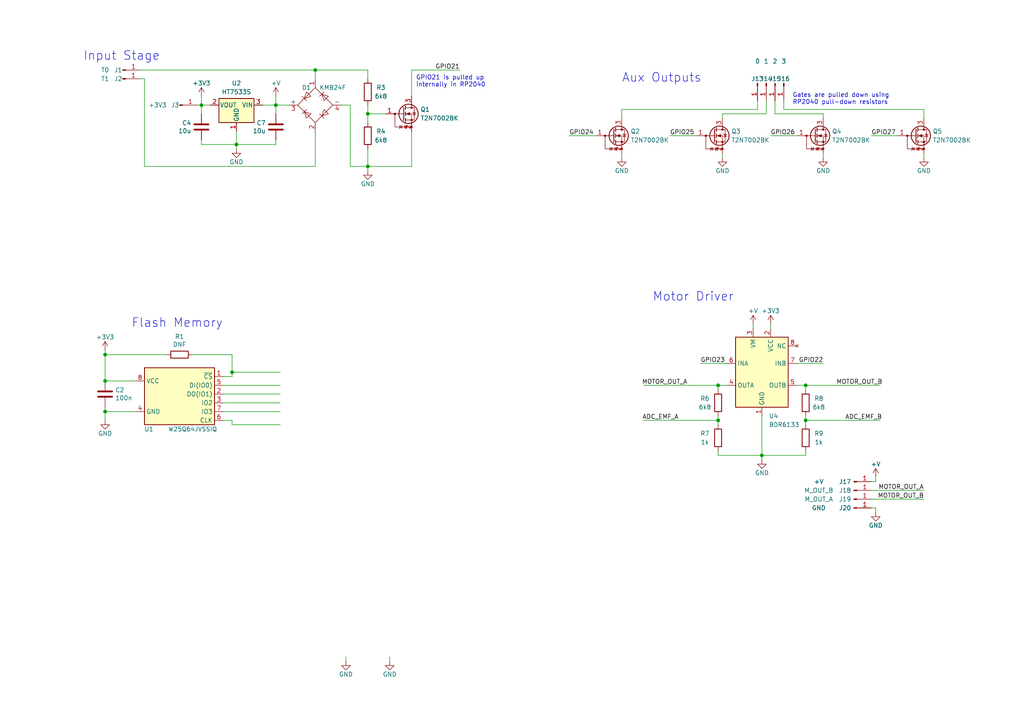
<source format=kicad_sch>
(kicad_sch (version 20230121) (generator eeschema)
  (paper "A4")
  (lib_symbols
    (symbol "Conn_01x01_Male_1" (pin_names (offset 1.016) hide)
      (property "Reference" "J1" (at -1.27 0 0))
      (property "Value" "DCC_0" (at -6.35 0 0))
      (symbol "Conn_01x01_Male_1_1_1"
        (polyline (pts (xy 1.27 0) (xy 0.8636 0)) (stroke (width 0.1524)))
        (rectangle (start 0.8636 0.127) (end 0 -0.127) (stroke (width 0.1524)) (fill (type outline)))
        (pin power_out line (at 5.08 0 180) (length 3.81) (name "Pin_1") (number "1"))
      )
    )
    (symbol "Conn_01x01_Male_2" (pin_names (offset 1.016) hide)
      (property "Reference" "J2" (at -1.27 0 0))
      (property "Value" "Conn_01x01_Male_2" (at -6.35 0 0))
      (symbol "Conn_01x01_Male_2_1_1"
        (polyline (pts (xy 1.27 0) (xy 0.8636 0)) (stroke (width 0.1524)))
        (rectangle (start 0.8636 0.127) (end 0 -0.127) (stroke (width 0.1524)) (fill (type outline)))
        (pin power_out line (at 5.08 0 180) (length 3.81) (name "Pin_1") (number "1"))
      )
    )
    (symbol "Connector:Conn_01x01_Male" (pin_names (offset 1.016) hide)
      (property "Reference" "J" (at 0 2.54 0))
      (property "Value" "Conn_01x01_Male" (at 0 -2.54 0))
      (symbol "Conn_01x01_Male_1_1"
        (polyline (pts (xy 1.27 0) (xy 0.8636 0)) (stroke (width 0.1524)))
        (rectangle (start 0.8636 0.127) (end 0 -0.127) (stroke (width 0.1524)) (fill (type outline)))
        (pin passive line (at 5.08 0 180) (length 3.81) (name "Pin_1") (number "1"))
      )
    )
    (symbol "Device:C" (pin_numbers hide) (pin_names (offset 0.254))
      (property "Reference" "C" (at 0.635 2.54 0))
      (property "Value" "C" (at 0.635 -2.54 0))
      (symbol "C_0_1"
        (polyline (pts (xy -2.032 -0.762) (xy 2.032 -0.762)) (stroke (width 0.508)))
        (polyline (pts (xy -2.032 0.762) (xy 2.032 0.762)) (stroke (width 0.508)))
      )
      (symbol "C_1_1"
        (pin passive line (at 0 3.81 270) (length 2.794) (name "~") (number "1"))
        (pin passive line (at 0 -3.81 90) (length 2.794) (name "~") (number "2"))
      )
    )
    (symbol "Device:R" (pin_numbers hide) (pin_names (offset 0))
      (property "Reference" "R" (at 2.032 0 90))
      (property "Value" "R" (at 0 0 90))
      (symbol "R_0_1"
        (rectangle (start -1.016 -2.54) (end 1.016 2.54) (stroke (width 0.254)))
      )
      (symbol "R_1_1"
        (pin passive line (at 0 3.81 270) (length 1.27) (name "~") (number "1"))
        (pin passive line (at 0 -3.81 90) (length 1.27) (name "~") (number "2"))
      )
    )
    (symbol "RP2040-Decoder_Additional_Symbols:+V" (power) (pin_names (offset 0))
      (property "Value" "+V" (at 0 3.556 0))
      (symbol "+V_0_1"
        (polyline (pts (xy -0.762 1.27) (xy 0 2.54)))
        (polyline (pts (xy 0 0) (xy 0 2.54)))
        (polyline (pts (xy 0 2.54) (xy 0.762 1.27)))
      )
      (symbol "+V_1_1"
        (pin power_in line (at 0 0 90) (length 0) hide (name "+V") (number "1"))
      )
    )
    (symbol "RP2040-Decoder_Additional_Symbols:BDR6133"
      (property "Reference" "U" (at 6.35 11.43 0))
      (property "Value" "BDR6133" (at -10.16 11.43 0))
      (symbol "BDR6133_0_1"
        (rectangle (start -7.62 10.16) (end 7.62 -10.16) (stroke (width 0.254)) (fill (type background)))
      )
      (symbol "BDR6133_1_1"
        (pin power_in line (at 0 -12.7 90) (length 2.54) (name "GND") (number "1"))
        (pin power_in line (at 2.54 12.7 270) (length 2.54) (name "VCC") (number "2"))
        (pin power_in line (at -2.54 12.7 270) (length 2.54) (name "VM") (number "3"))
        (pin output line (at -10.16 -3.81 0) (length 2.54) (name "OUTA") (number "4"))
        (pin output line (at 10.16 -3.81 180) (length 2.54) (name "OUTB") (number "5"))
        (pin input line (at -10.16 2.54 0) (length 2.54) (name "INA") (number "6"))
        (pin input line (at 10.16 2.54 180) (length 2.54) (name "INB") (number "7"))
        (pin no_connect line (at 10.16 7.62 180) (length 2.54) (name "NC") (number "8"))
        (pin passive line (at 0 -12.7 90) (length 2.54) hide (name "GND") (number "9"))
      )
    )
    (symbol "RP2040-Decoder_Additional_Symbols:HT7533S" (pin_names (offset 0.254))
      (property "Reference" "U" (at -3.81 3.175 0))
      (property "Value" "HT7533S" (at 0 3.175 0))
      (symbol "HT7533S_0_1"
        (rectangle (start -5.08 1.905) (end 5.08 -5.08) (stroke (width 0.254)) (fill (type background)))
      )
      (symbol "HT7533S_1_1"
        (pin power_in line (at 0 -7.62 90) (length 2.54) (name "GND") (number "1"))
        (pin power_out line (at 7.62 0 180) (length 2.54) (name "VOUT") (number "2"))
        (pin power_in line (at -7.62 0 0) (length 2.54) (name "VIN") (number "3"))
      )
    )
    (symbol "RP2040-Decoder_Additional_Symbols:KMB24F" (pin_names (offset 0))
      (property "Reference" "D" (at 2.54 6.985 0))
      (property "Value" "KMB24F" (at 2.54 5.08 0))
      (symbol "KMB24F_0_1"
        (polyline (pts (xy -2.54 3.81) (xy -1.27 2.54)))
        (polyline (pts (xy -1.27 -2.54) (xy -2.54 -3.81)))
        (polyline (pts (xy 2.54 -1.27) (xy 3.81 -2.54)))
        (polyline (pts (xy 2.54 1.27) (xy 3.81 2.54)))
        (polyline (pts (xy -3.81 2.54) (xy -2.54 1.27) (xy -1.905 3.175) (xy -3.81 2.54)))
        (polyline (pts (xy -2.54 -1.27) (xy -3.81 -2.54) (xy -1.905 -3.175) (xy -2.54 -1.27)))
        (polyline (pts (xy 1.27 2.54) (xy 2.54 3.81) (xy 3.175 1.905) (xy 1.27 2.54)))
        (polyline (pts (xy 3.175 -1.905) (xy 1.27 -2.54) (xy 2.54 -3.81) (xy 3.175 -1.905)))
        (polyline (pts (xy -5.08 0) (xy 0 -5.08) (xy 5.08 0) (xy 0 5.08) (xy -5.08 0)))
      )
      (symbol "KMB24F_1_1"
        (pin power_in line (at 0 -7.62 90) (length 2.54) (name "~") (number "1"))
        (pin power_in line (at 0 7.62 270) (length 2.54) (name "~") (number "2"))
        (pin power_out line (at 7.62 0 180) (length 2.54) (name "+") (number "3"))
        (pin power_out line (at -7.62 0 0) (length 2.54) (name "-") (number "4"))
      )
    )
    (symbol "RP2040-Decoder_Additional_Symbols:T2N7002BK" (pin_names (offset 0) hide)
      (property "Reference" "Q" (at 5.08 1.905 0))
      (property "Value" "T2N7002BK" (at 5.08 0 0))
      (symbol "T2N7002BK_0_1"
        (polyline (pts (xy 2.54 -3.81) (xy -2.286 -3.81) (xy -2.286 0)))
      )
      (symbol "T2N7002BK_1_1"
        (circle (center -2.286 0) (radius 0.254) (fill (type outline)))
        (polyline (pts (xy 0.254 0) (xy -2.54 0)))
        (polyline (pts (xy 0.254 1.905) (xy 0.254 -1.905)) (stroke (width 0.254)))
        (polyline (pts (xy 0.762 -1.27) (xy 0.762 -2.286)) (stroke (width 0.254)))
        (polyline (pts (xy 0.762 0.508) (xy 0.762 -0.508)) (stroke (width 0.254)))
        (polyline (pts (xy 0.762 2.286) (xy 0.762 1.27)) (stroke (width 0.254)))
        (polyline (pts (xy 2.54 2.54) (xy 2.54 1.778)))
        (polyline (pts (xy 2.54 -2.54) (xy 2.54 0) (xy 0.762 0)))
        (polyline (pts (xy -1.016 -4.318) (xy -0.889 -4.191) (xy -0.889 -3.429) (xy -0.762 -3.302)))
        (polyline (pts (xy -0.889 -3.81) (xy -0.254 -4.191) (xy -0.254 -3.429) (xy -0.889 -3.81)))
        (polyline (pts (xy 0.762 -1.778) (xy 3.302 -1.778) (xy 3.302 1.778) (xy 0.762 1.778)))
        (polyline (pts (xy 1.016 0) (xy 2.032 0.381) (xy 2.032 -0.381) (xy 1.016 0)) (fill (type outline)))
        (polyline (pts (xy 1.143 -3.81) (xy 0.508 -3.429) (xy 0.508 -4.191) (xy 1.143 -3.81)))
        (polyline (pts (xy 1.27 -3.302) (xy 1.143 -3.429) (xy 1.143 -4.191) (xy 1.016 -4.318)))
        (polyline (pts (xy 2.794 0.508) (xy 2.921 0.381) (xy 3.683 0.381) (xy 3.81 0.254)))
        (polyline (pts (xy 3.302 0.381) (xy 2.921 -0.254) (xy 3.683 -0.254) (xy 3.302 0.381)))
        (circle (center 1.651 0) (radius 2.794) (stroke (width 0.254)))
        (circle (center 2.54 -3.81) (radius 0.254) (fill (type outline)))
        (circle (center 2.54 -1.778) (radius 0.254) (fill (type outline)))
        (circle (center 2.54 1.778) (radius 0.254) (fill (type outline)))
        (pin input line (at -5.08 0 0) (length 2.54) (name "G") (number "1"))
        (pin passive line (at 2.54 -5.08 90) (length 2.54) (name "S") (number "2"))
        (pin passive line (at 2.54 5.08 270) (length 2.54) (name "D") (number "3"))
      )
    )
    (symbol "RP2040-Decoder_Additional_Symbols:W25Q64JVSSIQ"
      (property "Reference" "U" (at -8.89 -10.16 0))
      (property "Value" "W25Q64JVSSIQ" (at 3.81 -10.16 0))
      (symbol "W25Q64JVSSIQ_0_1"
        (rectangle (start -10.16 7.62) (end 10.16 -8.89) (stroke (width 0.254)) (fill (type background)))
      )
      (symbol "W25Q64JVSSIQ_1_1"
        (pin input line (at 12.7 5.08 180) (length 2.54) (name "~{CS}") (number "1"))
        (pin bidirectional line (at 12.7 0 180) (length 2.54) (name "DO(IO1)") (number "2"))
        (pin bidirectional line (at 12.7 -2.54 180) (length 2.54) (name "IO2") (number "3"))
        (pin power_in line (at -12.7 -5.08 0) (length 2.54) (name "GND") (number "4"))
        (pin bidirectional line (at 12.7 2.54 180) (length 2.54) (name "DI(IO0)") (number "5"))
        (pin input line (at 12.7 -7.62 180) (length 2.54) (name "CLK") (number "6"))
        (pin bidirectional line (at 12.7 -5.08 180) (length 2.54) (name "IO3") (number "7"))
        (pin power_in line (at -12.7 3.81 0) (length 2.54) (name "VCC") (number "8"))
      )
    )
    (symbol "power:+3V3" (power) (pin_names (offset 0))
      (property "Value" "+3V3" (at 0 3.556 0))
      (symbol "+3V3_0_1"
        (polyline (pts (xy -0.762 1.27) (xy 0 2.54)))
        (polyline (pts (xy 0 0) (xy 0 2.54)))
        (polyline (pts (xy 0 2.54) (xy 0.762 1.27)))
      )
      (symbol "+3V3_1_1"
        (pin power_in line (at 0 0 90) (length 0) hide (name "+3V3") (number "1"))
      )
    )
    (symbol "power:GND" (power) (pin_names (offset 0))
      (property "Value" "GND" (at 0 -3.81 0))
      (symbol "GND_0_1"
        (polyline (pts (xy 0 0) (xy 0 -1.27) (xy 1.27 -1.27) (xy 0 -2.54) (xy -1.27 -1.27) (xy 0 -1.27)))
      )
      (symbol "GND_1_1"
        (pin power_in line (at 0 0 270) (length 0) hide (name "GND") (number "1"))
      )
    )
  )
  (junction (at 91.44 20.32))
  (junction (at 106.68 33.02))
  (junction (at 208.28 111.76))
  (junction (at 68.58 41.91))
  (junction (at 233.68 121.92))
  (junction (at 58.42 30.48))
  (junction (at 233.68 111.76))
  (junction (at 30.48 102.87))
  (junction (at 80.01 30.48))
  (junction (at 220.98 132.08))
  (junction (at 106.68 48.26))
  (junction (at 30.48 110.49))
  (junction (at 30.48 119.38))
  (junction (at 208.28 121.92))
  (junction (at 67.31 107.95))
  (wire (pts (xy 220.98 132.08) (xy 220.98 133.35)))
  (wire (pts (xy 106.68 48.26) (xy 119.38 48.26)))
  (wire (pts (xy 64.77 111.76) (xy 81.28 111.76)))
  (wire (pts (xy 222.25 29.21) (xy 222.25 33.02)))
  (wire (pts (xy 233.68 121.92) (xy 255.27 121.92)))
  (wire (pts (xy 80.01 40.64) (xy 80.01 41.91)))
  (wire (pts (xy 64.77 109.22) (xy 67.31 109.22)))
  (wire (pts (xy 208.28 123.19) (xy 208.28 121.92)))
  (wire (pts (xy 218.44 93.98) (xy 218.44 95.25)))
  (wire (pts (xy 106.68 20.32) (xy 106.68 22.86)))
  (wire (pts (xy 233.68 111.76) (xy 231.14 111.76)))
  (wire (pts (xy 180.34 31.75) (xy 180.34 34.29)))
  (wire (pts (xy 224.79 29.21) (xy 224.79 33.02)))
  (wire (pts (xy 101.6 48.26) (xy 106.68 48.26)))
  (wire (pts (xy 30.48 102.87) (xy 48.26 102.87)))
  (wire (pts (xy 223.52 93.98) (xy 223.52 95.25)))
  (wire (pts (xy 252.73 39.37) (xy 260.35 39.37)))
  (wire (pts (xy 227.33 31.75) (xy 267.97 31.75)))
  (wire (pts (xy 67.31 109.22) (xy 67.31 107.95)))
  (wire (pts (xy 219.71 29.21) (xy 219.71 31.75)))
  (wire (pts (xy 30.48 121.92) (xy 30.48 119.38)))
  (wire (pts (xy 30.48 102.87) (xy 30.48 110.49)))
  (wire (pts (xy 208.28 113.03) (xy 208.28 111.76)))
  (wire (pts (xy 208.28 121.92) (xy 208.28 120.65)))
  (wire (pts (xy 40.64 22.86) (xy 41.91 22.86)))
  (wire (pts (xy 68.58 41.91) (xy 80.01 41.91)))
  (wire (pts (xy 91.44 20.32) (xy 106.68 20.32)))
  (wire (pts (xy 58.42 30.48) (xy 58.42 27.94)))
  (wire (pts (xy 80.01 30.48) (xy 76.2 30.48)))
  (wire (pts (xy 220.98 132.08) (xy 233.68 132.08)))
  (wire (pts (xy 238.76 33.02) (xy 238.76 34.29)))
  (wire (pts (xy 233.68 113.03) (xy 233.68 111.76)))
  (wire (pts (xy 30.48 101.6) (xy 30.48 102.87)))
  (wire (pts (xy 106.68 30.48) (xy 106.68 33.02)))
  (wire (pts (xy 267.97 142.24) (xy 252.73 142.24)))
  (wire (pts (xy 186.69 111.76) (xy 208.28 111.76)))
  (wire (pts (xy 220.98 120.65) (xy 220.98 132.08)))
  (wire (pts (xy 64.77 119.38) (xy 81.28 119.38)))
  (wire (pts (xy 41.91 48.26) (xy 91.44 48.26)))
  (wire (pts (xy 209.55 44.45) (xy 209.55 45.72)))
  (wire (pts (xy 252.73 147.32) (xy 254 147.32)))
  (wire (pts (xy 106.68 49.53) (xy 106.68 48.26)))
  (wire (pts (xy 30.48 119.38) (xy 30.48 118.11)))
  (wire (pts (xy 67.31 121.92) (xy 67.31 123.19)))
  (wire (pts (xy 233.68 121.92) (xy 233.68 120.65)))
  (wire (pts (xy 208.28 111.76) (xy 210.82 111.76)))
  (wire (pts (xy 30.48 119.38) (xy 39.37 119.38)))
  (wire (pts (xy 58.42 40.64) (xy 58.42 41.91)))
  (wire (pts (xy 231.14 105.41) (xy 238.76 105.41)))
  (wire (pts (xy 83.82 30.48) (xy 80.01 30.48)))
  (wire (pts (xy 113.03 190.5) (xy 113.03 191.77)))
  (wire (pts (xy 67.31 102.87) (xy 67.31 107.95)))
  (wire (pts (xy 80.01 30.48) (xy 80.01 33.02)))
  (wire (pts (xy 68.58 41.91) (xy 68.58 43.18)))
  (wire (pts (xy 57.15 30.48) (xy 58.42 30.48)))
  (wire (pts (xy 106.68 43.18) (xy 106.68 48.26)))
  (wire (pts (xy 91.44 22.86) (xy 91.44 20.32)))
  (wire (pts (xy 68.58 38.1) (xy 68.58 41.91)))
  (wire (pts (xy 254 138.43) (xy 254 139.7)))
  (wire (pts (xy 101.6 30.48) (xy 101.6 48.26)))
  (wire (pts (xy 233.68 130.81) (xy 233.68 132.08)))
  (wire (pts (xy 180.34 44.45) (xy 180.34 45.72)))
  (wire (pts (xy 60.96 30.48) (xy 58.42 30.48)))
  (wire (pts (xy 224.79 33.02) (xy 238.76 33.02)))
  (wire (pts (xy 194.31 39.37) (xy 201.93 39.37)))
  (wire (pts (xy 209.55 33.02) (xy 222.25 33.02)))
  (wire (pts (xy 100.33 190.5) (xy 100.33 191.77)))
  (wire (pts (xy 219.71 31.75) (xy 180.34 31.75)))
  (wire (pts (xy 209.55 34.29) (xy 209.55 33.02)))
  (wire (pts (xy 55.88 102.87) (xy 67.31 102.87)))
  (wire (pts (xy 267.97 31.75) (xy 267.97 34.29)))
  (wire (pts (xy 119.38 38.1) (xy 119.38 48.26)))
  (wire (pts (xy 58.42 30.48) (xy 58.42 33.02)))
  (wire (pts (xy 80.01 30.48) (xy 80.01 27.94)))
  (wire (pts (xy 203.2 105.41) (xy 210.82 105.41)))
  (wire (pts (xy 233.68 111.76) (xy 255.27 111.76)))
  (wire (pts (xy 233.68 121.92) (xy 233.68 123.19)))
  (wire (pts (xy 67.31 107.95) (xy 81.28 107.95)))
  (wire (pts (xy 254 147.32) (xy 254 148.59)))
  (wire (pts (xy 220.98 132.08) (xy 208.28 132.08)))
  (wire (pts (xy 68.58 41.91) (xy 58.42 41.91)))
  (wire (pts (xy 119.38 20.32) (xy 133.35 20.32)))
  (wire (pts (xy 64.77 121.92) (xy 67.31 121.92)))
  (wire (pts (xy 64.77 114.3) (xy 81.28 114.3)))
  (wire (pts (xy 186.69 121.92) (xy 208.28 121.92)))
  (wire (pts (xy 67.31 123.19) (xy 81.28 123.19)))
  (wire (pts (xy 165.1 39.37) (xy 172.72 39.37)))
  (wire (pts (xy 223.52 39.37) (xy 231.14 39.37)))
  (wire (pts (xy 40.64 20.32) (xy 91.44 20.32)))
  (wire (pts (xy 39.37 110.49) (xy 30.48 110.49)))
  (wire (pts (xy 106.68 33.02) (xy 111.76 33.02)))
  (wire (pts (xy 254 139.7) (xy 252.73 139.7)))
  (wire (pts (xy 267.97 44.45) (xy 267.97 45.72)))
  (wire (pts (xy 238.76 44.45) (xy 238.76 45.72)))
  (wire (pts (xy 106.68 33.02) (xy 106.68 35.56)))
  (wire (pts (xy 91.44 38.1) (xy 91.44 48.26)))
  (wire (pts (xy 227.33 29.21) (xy 227.33 31.75)))
  (wire (pts (xy 64.77 116.84) (xy 81.28 116.84)))
  (wire (pts (xy 267.97 144.78) (xy 252.73 144.78)))
  (wire (pts (xy 99.06 30.48) (xy 101.6 30.48)))
  (wire (pts (xy 208.28 130.81) (xy 208.28 132.08)))
  (wire (pts (xy 41.91 22.86) (xy 41.91 48.26)))
  (wire (pts (xy 119.38 20.32) (xy 119.38 27.94)))
  (text "GPIO21 is pulled up\ninternally in RP2040" (at 120.65 25.4 0) (effects (font (size 1.27 1.27)) (justify left bottom)))
  (text "Gates are pulled down using\nRP2040 pull-down resistors" (at 229.87 30.48 0) (effects (font (size 1.27 1.27)) (justify left bottom)))
  (text "Flash Memory" (at 38.1 95.25 0) (effects (font (size 2.54 2.54)) (justify left bottom)))
  (text "Input Stage" (at 24.13 17.78 0) (effects (font (size 2.54 2.54)) (justify left bottom)))
  (text "Motor Driver" (at 189.23 87.63 0) (effects (font (size 2.54 2.54)) (justify left bottom)))
  (text "Aux Outputs" (at 180.34 24.13 0) (effects (font (size 2.54 2.54)) (justify left bottom)))
  (label "GPIO25" (at 194.31 39.37 0))
  (label "GPIO26" (at 223.52 39.37 0))
  (label "GPIO21" (at 133.35 20.32 180))
  (label "GPIO24" (at 165.1 39.37 0))
  (label "ADC_EMF_B" (at 245.11 121.92 0))
  (label "GPIO27" (at 252.73 39.37 0))
  (label "MOTOR_OUT_B" (at 242.57 111.76 0))
  (label "GPIO23" (at 203.2 105.41 0))
  (label "MOTOR_OUT_A" (at 267.97 142.24 180))
  (label "MOTOR_OUT_A" (at 199.39 111.76 180))
  (label "ADC_EMF_A" (at 196.85 121.92 180))
  (label "GPIO22" (at 238.76 105.41 180))
  (label "MOTOR_OUT_B" (at 267.97 144.78 180))
  (symbol (lib_id "Connector:Conn_01x01_Male") (at 52.07 30.48 0) (unit 1)
    (property "Reference" "J3" (at 50.8 30.48 0))
    (property "Value" "+3V3" (at 45.72 30.48 0))
    (property "Footprint" "TestPoint:TestPoint_Pad_D2.0mm" (effects hide))
  )
  (symbol (lib_id "RP2040-Decoder_Additional_Symbols:KMB24F") (at 91.44 30.48 180) (unit 1)
    (property "Reference" "D1" (at 88.9 25.4 0))
    (property "Value" "KMB24F" (at 96.52 25.4 0))
    (property "Footprint" "Package_TO_SOT_SMD:TO-269AA" (effects hide))
    (property "Datasheet" "https://datasheet.lcsc.com/lcsc/2010151636_FUXINSEMI-KMB24F_C880910.pdf" (effects hide))
    (property "Comment" "TO-269AA = MBS" (effects hide))
  )
  (symbol (lib_id "RP2040-Decoder_Additional_Symbols:HT7533S") (at 68.58 30.48 0) (mirror y) (unit 1)
    (property "Reference" "U2" (at 68.58 24.13 0))
    (property "Value" "HT7533S" (at 68.58 26.67 0))
    (property "Footprint" "Package_TO_SOT_SMD:SOT-23" (effects hide))
    (property "Datasheet" "https://datasheet.lcsc.com/lcsc/2311091732_UMW-Youtai-Semiconductor-Co---Ltd--HT7533S_C347215.pdf" (effects hide))
  )
  (symbol (lib_id "RP2040-Decoder_Additional_Symbols:W25Q64JVSSIQ") (at 52.07 114.3 0) (unit 1)
    (property "Reference" "U1" (at 43.18 124.46 0))
    (property "Value" "W25Q64JVSSIQ" (at 55.88 124.46 0))
    (property "Footprint" "RP2040-Decoder_Additional_Footprints:SOIC-8_5.23x5.23mm_P1.27mm" (effects hide))
    (property "Datasheet" "https://www.winbond.com/resource-files/w25q64jv%20revj%2003272018%20plus.pdf" (effects hide))
  )
  (symbol (lib_id "Device:R") (at 233.68 127 180) (unit 1)
    (property "Reference" "R9" (at 237.49 125.73 0))
    (property "Value" "1k" (at 237.49 128.27 0))
    (property "Footprint" "RP2040-Decoder_Additional_Footprints:R_0603_1608Metric" (effects hide))
  )
  (symbol (lib_id "RP2040-Decoder_Additional_Symbols:T2N7002BK") (at 116.84 33.02 0) (unit 1)
    (property "Reference" "Q1" (at 121.92 31.75 0) (effects (justify left)))
    (property "Value" "T2N7002BK" (at 121.92 34.29 0) (effects (justify left)))
    (property "Footprint" "Package_TO_SOT_SMD:SOT-23" (effects hide))
    (property "Datasheet" "https://datasheet.lcsc.com/lcsc/1810271831_TOSHIBA-T2N7002BK-LM_C146372.pdf" (effects hide))
  )
  (symbol (lib_id "RP2040-Decoder_Additional_Symbols:T2N7002BK") (at 207.01 39.37 0) (unit 1)
    (property "Reference" "Q3" (at 212.09 38.1 0) (effects (justify left)))
    (property "Value" "T2N7002BK" (at 212.09 40.64 0) (effects (justify left)))
    (property "Footprint" "Package_TO_SOT_SMD:SOT-23" (effects hide))
    (property "Datasheet" "https://datasheet.lcsc.com/lcsc/1810271831_TOSHIBA-T2N7002BK-LM_C146372.pdf" (effects hide))
  )
  (symbol (lib_id "RP2040-Decoder_Additional_Symbols:T2N7002BK") (at 236.22 39.37 0) (unit 1)
    (property "Reference" "Q4" (at 241.3 38.1 0) (effects (justify left)))
    (property "Value" "T2N7002BK" (at 241.3 40.64 0) (effects (justify left)))
    (property "Footprint" "Package_TO_SOT_SMD:SOT-23" (effects hide))
    (property "Datasheet" "https://datasheet.lcsc.com/lcsc/1810271831_TOSHIBA-T2N7002BK-LM_C146372.pdf" (effects hide))
  )
  (symbol (lib_id "power:GND") (at 220.98 133.35 0) (unit 1)
    (property "Reference" "#PWR021" (effects hide))
    (property "Value" "GND" (at 220.98 137.16 0))
  )
  (symbol (lib_id "Device:R") (at 106.68 26.67 180) (unit 1)
    (property "Reference" "R3" (at 110.49 25.4 0))
    (property "Value" "6k8" (at 110.49 27.94 0))
    (property "Footprint" "RP2040-Decoder_Additional_Footprints:R_0603_1608Metric" (effects hide))
  )
  (symbol (lib_id "power:GND") (at 254 148.59 0) (mirror y) (unit 1)
    (property "Reference" "#PWR025" (effects hide))
    (property "Value" "GND" (at 254 152.4 0))
  )
  (symbol (lib_name "Conn_01x01_Male_1") (lib_id "Connector:Conn_01x01_Male") (at 35.56 20.32 0) (unit 1)
    (property "Reference" "J1" (at 34.29 20.32 0))
    (property "Value" "T0" (at 30.48 20.32 0))
    (property "Footprint" "TestPoint:TestPoint_Pad_D2.0mm" (effects hide))
  )
  (symbol (lib_id "Device:C") (at 30.48 114.3 0) (unit 1)
    (property "Reference" "C2" (at 33.401 113.1316 0) (effects (justify left)))
    (property "Value" "100n" (at 33.401 115.443 0) (effects (justify left)))
    (property "Footprint" "RP2040-Decoder_Additional_Footprints:C_0603_1608Metric" (effects hide))
  )
  (symbol (lib_id "power:GND") (at 68.58 43.18 0) (unit 1)
    (property "Reference" "#PWR06" (effects hide))
    (property "Value" "GND" (at 68.58 46.99 0))
  )
  (symbol (lib_id "power:GND") (at 100.33 191.77 0) (unit 1)
    (property "Reference" "#PWR010" (effects hide))
    (property "Value" "GND" (at 100.33 195.58 0))
  )
  (symbol (lib_id "Connector:Conn_01x01_Male") (at 219.71 24.13 270) (unit 1)
    (property "Reference" "J13" (at 219.71 22.86 90))
    (property "Value" "0" (at 219.71 17.78 90))
    (property "Footprint" "TestPoint:TestPoint_Pad_D2.0mm" (effects hide))
  )
  (symbol (lib_id "RP2040-Decoder_Additional_Symbols:T2N7002BK") (at 177.8 39.37 0) (unit 1)
    (property "Reference" "Q2" (at 182.88 38.1 0) (effects (justify left)))
    (property "Value" "T2N7002BK" (at 182.88 40.64 0) (effects (justify left)))
    (property "Footprint" "Package_TO_SOT_SMD:SOT-23" (effects hide))
    (property "Datasheet" "https://datasheet.lcsc.com/lcsc/1810271831_TOSHIBA-T2N7002BK-LM_C146372.pdf" (effects hide))
  )
  (symbol (lib_id "Device:R") (at 106.68 39.37 180) (unit 1)
    (property "Reference" "R4" (at 110.49 38.1 0))
    (property "Value" "6k8" (at 110.49 40.64 0))
    (property "Footprint" "RP2040-Decoder_Additional_Footprints:R_0603_1608Metric" (effects hide))
  )
  (symbol (lib_id "Device:R") (at 233.68 116.84 180) (unit 1)
    (property "Reference" "R8" (at 237.49 115.57 0))
    (property "Value" "6k8" (at 237.49 118.11 0))
    (property "Footprint" "RP2040-Decoder_Additional_Footprints:R_0603_1608Metric" (effects hide))
  )
  (symbol (lib_id "power:GND") (at 30.48 121.92 0) (unit 1)
    (property "Reference" "#PWR02" (effects hide))
    (property "Value" "GND" (at 30.48 125.73 0))
  )
  (symbol (lib_id "power:+3V3") (at 223.52 93.98 0) (mirror y) (unit 1)
    (property "Reference" "#PWR022" (effects hide))
    (property "Value" "+3V3" (at 223.52 90.17 0))
  )
  (symbol (lib_id "power:GND") (at 113.03 191.77 0) (unit 1)
    (property "Reference" "#PWR013" (effects hide))
    (property "Value" "GND" (at 113.03 195.58 0))
  )
  (symbol (lib_id "Connector:Conn_01x01_Male") (at 247.65 139.7 0) (unit 1)
    (property "Reference" "J17" (at 245.11 139.7 0))
    (property "Value" "+V" (at 237.49 139.7 0))
    (property "Footprint" "TestPoint:TestPoint_Pad_D2.0mm" (effects hide))
  )
  (symbol (lib_id "RP2040-Decoder_Additional_Symbols:+V") (at 80.01 27.94 0) (unit 1)
    (property "Reference" "#PWR08" (effects hide))
    (property "Value" "+V" (at 80.01 24.13 0))
  )
  (symbol (lib_id "Device:R") (at 52.07 102.87 270) (unit 1)
    (property "Reference" "R1" (at 52.07 97.6122 90))
    (property "Value" "DNF" (at 52.07 99.9236 90))
    (property "Footprint" "RP2040-Decoder_Additional_Footprints:R_0603_1608Metric" (effects hide))
  )
  (symbol (lib_id "Connector:Conn_01x01_Male") (at 247.65 147.32 0) (unit 1)
    (property "Reference" "J20" (at 245.11 147.32 0))
    (property "Value" "GND" (at 237.49 147.32 0))
    (property "Footprint" "TestPoint:TestPoint_Pad_D2.0mm" (effects hide))
  )
  (symbol (lib_id "RP2040-Decoder_Additional_Symbols:T2N7002BK") (at 265.43 39.37 0) (unit 1)
    (property "Reference" "Q5" (at 270.51 38.1 0) (effects (justify left)))
    (property "Value" "T2N7002BK" (at 270.51 40.64 0) (effects (justify left)))
    (property "Footprint" "Package_TO_SOT_SMD:SOT-23" (effects hide))
    (property "Datasheet" "https://datasheet.lcsc.com/lcsc/1810271831_TOSHIBA-T2N7002BK-LM_C146372.pdf" (effects hide))
  )
  (symbol (lib_name "Conn_01x01_Male_2") (lib_id "Connector:Conn_01x01_Male") (at 35.56 22.86 0) (unit 1)
    (property "Reference" "J2" (at 34.29 22.86 0))
    (property "Value" "T1" (at 30.48 22.86 0))
    (property "Footprint" "TestPoint:TestPoint_Pad_D2.0mm" (effects hide))
  )
  (symbol (lib_id "Connector:Conn_01x01_Male") (at 224.79 24.13 270) (unit 1)
    (property "Reference" "J15" (at 224.79 22.86 90))
    (property "Value" "2" (at 224.79 17.78 90))
    (property "Footprint" "TestPoint:TestPoint_Pad_D2.0mm" (effects hide))
  )
  (symbol (lib_id "power:GND") (at 180.34 45.72 0) (unit 1)
    (property "Reference" "#PWR017" (effects hide))
    (property "Value" "GND" (at 180.34 49.53 0))
  )
  (symbol (lib_id "power:GND") (at 106.68 49.53 0) (mirror y) (unit 1)
    (property "Reference" "#PWR012" (effects hide))
    (property "Value" "GND" (at 106.68 53.34 0))
  )
  (symbol (lib_id "Device:C") (at 80.01 36.83 0) (mirror y) (unit 1)
    (property "Reference" "C7" (at 77.089 35.6616 0) (effects (justify left)))
    (property "Value" "10u" (at 77.089 37.973 0) (effects (justify left)))
    (property "Footprint" "RP2040-Decoder_Additional_Footprints:C_0603_1608Metric" (effects hide))
  )
  (symbol (lib_id "power:GND") (at 209.55 45.72 0) (unit 1)
    (property "Reference" "#PWR018" (effects hide))
    (property "Value" "GND" (at 209.55 49.53 0))
  )
  (symbol (lib_id "Connector:Conn_01x01_Male") (at 227.33 24.13 270) (unit 1)
    (property "Reference" "J16" (at 227.33 22.86 90))
    (property "Value" "3" (at 227.33 17.78 90))
    (property "Footprint" "TestPoint:TestPoint_Pad_D2.0mm" (effects hide))
  )
  (symbol (lib_id "power:+3V3") (at 30.48 101.6 0) (mirror y) (unit 1)
    (property "Reference" "#PWR01" (effects hide))
    (property "Value" "+3V3" (at 30.48 97.79 0))
  )
  (symbol (lib_id "Device:R") (at 208.28 116.84 180) (unit 1)
    (property "Reference" "R6" (at 204.47 115.57 0))
    (property "Value" "6k8" (at 204.47 118.11 0))
    (property "Footprint" "RP2040-Decoder_Additional_Footprints:R_0603_1608Metric" (effects hide))
  )
  (symbol (lib_id "Device:C") (at 58.42 36.83 0) (mirror y) (unit 1)
    (property "Reference" "C4" (at 55.499 35.6616 0) (effects (justify left)))
    (property "Value" "10u" (at 55.499 37.973 0) (effects (justify left)))
    (property "Footprint" "RP2040-Decoder_Additional_Footprints:C_0603_1608Metric" (effects hide))
  )
  (symbol (lib_id "Device:R") (at 208.28 127 180) (unit 1)
    (property "Reference" "R7" (at 204.47 125.73 0))
    (property "Value" "1k" (at 204.47 128.27 0))
    (property "Footprint" "RP2040-Decoder_Additional_Footprints:R_0603_1608Metric" (effects hide))
  )
  (symbol (lib_id "Connector:Conn_01x01_Male") (at 222.25 24.13 270) (unit 1)
    (property "Reference" "J14" (at 222.25 22.86 90))
    (property "Value" "1" (at 222.25 17.78 90))
    (property "Footprint" "TestPoint:TestPoint_Pad_D2.0mm" (effects hide))
  )
  (symbol (lib_id "power:GND") (at 238.76 45.72 0) (unit 1)
    (property "Reference" "#PWR019" (effects hide))
    (property "Value" "GND" (at 238.76 49.53 0))
  )
  (symbol (lib_id "Connector:Conn_01x01_Male") (at 247.65 142.24 0) (unit 1)
    (property "Reference" "J18" (at 245.11 142.24 0))
    (property "Value" "M_OUT_B" (at 237.49 142.24 0))
    (property "Footprint" "TestPoint:TestPoint_Pad_D2.0mm" (effects hide))
  )
  (symbol (lib_id "RP2040-Decoder_Additional_Symbols:BDR6133") (at 220.98 107.95 0) (unit 1)
    (property "Reference" "U4" (at 222.9994 120.65 0) (effects (justify left)))
    (property "Value" "BDR6133" (at 222.9994 123.19 0) (effects (justify left)))
    (property "Footprint" "RP2040-Decoder_Additional_Footprints:SOIC-8-1EP_3.9x4.9mm_P1.27mm_EP2.41x3.3mm_ThermalVias" (effects hide))
    (property "Datasheet" "https://datasheet.lcsc.com/lcsc/2101211904_Bardeen-Micro--BDR6133_C2687793.pdf" (effects hide))
  )
  (symbol (lib_id "Connector:Conn_01x01_Male") (at 247.65 144.78 0) (unit 1)
    (property "Reference" "J19" (at 245.11 144.78 0))
    (property "Value" "M_OUT_A" (at 237.49 144.78 0))
    (property "Footprint" "TestPoint:TestPoint_Pad_D2.0mm" (effects hide))
  )
  (symbol (lib_id "RP2040-Decoder_Additional_Symbols:+V") (at 254 138.43 0) (unit 1)
    (property "Reference" "#PWR024" (effects hide))
    (property "Value" "+V" (at 254 134.62 0))
  )
  (symbol (lib_id "power:GND") (at 267.97 45.72 0) (unit 1)
    (property "Reference" "#PWR023" (effects hide))
    (property "Value" "GND" (at 267.97 49.53 0))
  )
  (symbol (lib_id "power:+3V3") (at 58.42 27.94 0) (mirror y) (unit 1)
    (property "Reference" "#PWR05" (effects hide))
    (property "Value" "+3V3" (at 58.42 24.13 0))
  )
  (symbol (lib_id "RP2040-Decoder_Additional_Symbols:+V") (at 218.44 93.98 0) (unit 1)
    (property "Reference" "#PWR020" (effects hide))
    (property "Value" "+V" (at 218.44 90.17 0))
  )
)
</source>
